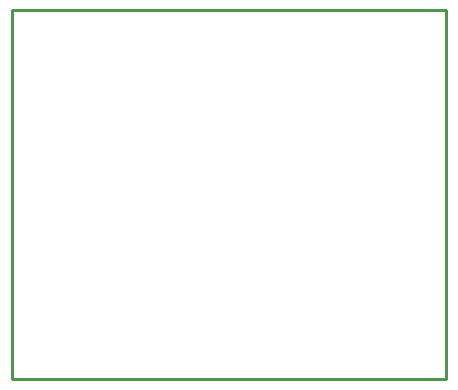
<source format=gko>
G04 Layer: BoardOutlineLayer*
G04 EasyEDA v6.5.51, 2025-11-05 22:01:50*
G04 5fc2a28f4a2a457aba051f804ec5b92e,7f41c4d4aa0246b98df4faf5fc11d5b9,10*
G04 Gerber Generator version 0.2*
G04 Scale: 100 percent, Rotated: No, Reflected: No *
G04 Dimensions in millimeters *
G04 leading zeros omitted , absolute positions ,4 integer and 5 decimal *
%FSLAX45Y45*%
%MOMM*%

%ADD10C,0.2540*%
%ADD11C,0.0129*%
D10*
X2565400Y14224000D02*
G01*
X6235700Y14224000D01*
X6235700Y11099800D01*
X2565400Y11099800D01*
X2565400Y14224000D01*
X2565400Y14224000D01*

%LPD*%
M02*

</source>
